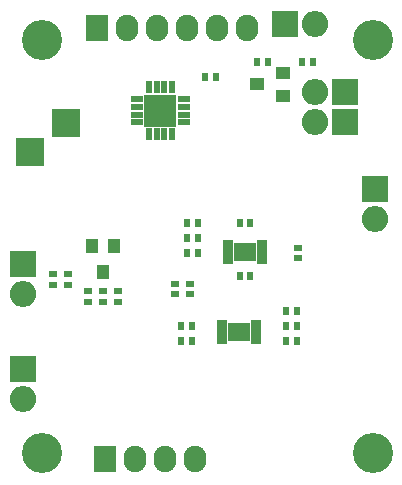
<source format=gbs>
%FSLAX34Y34*%
G04 Gerber Fmt 3.4, Leading zero omitted, Abs format*
G04 (created by PCBNEW (2014-04-07 BZR 4791)-product) date Tue 13 May 2014 05:19:37 PM CEST*
%MOIN*%
G01*
G70*
G90*
G04 APERTURE LIST*
%ADD10C,0.005906*%
%ADD11R,0.023574X0.031474*%
%ADD12R,0.031474X0.023574*%
%ADD13R,0.087874X0.087874*%
%ADD14O,0.087874X0.087874*%
%ADD15R,0.095874X0.095874*%
%ADD16R,0.075874X0.087874*%
%ADD17O,0.075874X0.087874*%
%ADD18C,0.133874*%
%ADD19R,0.043307X0.021654*%
%ADD20R,0.021654X0.043307*%
%ADD21R,0.106299X0.106299*%
%ADD22R,0.039374X0.047274*%
%ADD23R,0.037402X0.019685*%
%ADD24R,0.074803X0.062992*%
%ADD25R,0.047274X0.039374*%
G04 APERTURE END LIST*
G54D10*
G54D11*
X60088Y-34624D03*
X59734Y-34624D03*
G54D12*
X53500Y-34573D03*
X53500Y-34927D03*
G54D11*
X62177Y-27500D03*
X61823Y-27500D03*
G54D12*
X54000Y-34573D03*
X54000Y-34927D03*
G54D11*
X60323Y-27500D03*
X60677Y-27500D03*
G54D12*
X55673Y-35143D03*
X55673Y-35497D03*
G54D11*
X57787Y-36295D03*
X58141Y-36295D03*
G54D13*
X52500Y-34250D03*
G54D14*
X52500Y-35250D03*
G54D13*
X63250Y-29500D03*
G54D14*
X62250Y-29500D03*
G54D13*
X52500Y-37750D03*
G54D14*
X52500Y-38750D03*
G54D15*
X52750Y-30500D03*
G54D16*
X55250Y-40750D03*
G54D17*
X56250Y-40750D03*
X57250Y-40750D03*
X58250Y-40750D03*
G54D16*
X54980Y-26377D03*
G54D17*
X55980Y-26377D03*
X56980Y-26377D03*
X57980Y-26377D03*
X58980Y-26377D03*
X59980Y-26377D03*
G54D13*
X64250Y-31750D03*
G54D14*
X64250Y-32750D03*
G54D15*
X53937Y-29527D03*
G54D13*
X63250Y-28500D03*
G54D14*
X62250Y-28500D03*
G54D13*
X61250Y-26250D03*
G54D14*
X62250Y-26250D03*
G54D18*
X53149Y-26771D03*
X64173Y-40551D03*
X64173Y-26771D03*
X53149Y-40551D03*
G54D11*
X58927Y-28000D03*
X58573Y-28000D03*
G54D12*
X57576Y-34893D03*
X57576Y-35247D03*
X58076Y-35247D03*
X58076Y-34893D03*
X55173Y-35143D03*
X55173Y-35497D03*
X54673Y-35497D03*
X54673Y-35143D03*
G54D11*
X57787Y-36795D03*
X58141Y-36795D03*
X61287Y-36295D03*
X61641Y-36295D03*
X61287Y-35795D03*
X61641Y-35795D03*
X58338Y-33874D03*
X57984Y-33874D03*
X57984Y-33374D03*
X58338Y-33374D03*
X61287Y-36795D03*
X61641Y-36795D03*
X58338Y-32874D03*
X57984Y-32874D03*
G54D12*
X61661Y-34051D03*
X61661Y-33697D03*
G54D11*
X60088Y-32874D03*
X59734Y-32874D03*
G54D19*
X57874Y-29005D03*
X57874Y-29261D03*
X57874Y-28750D03*
X57874Y-29517D03*
G54D20*
X57214Y-29921D03*
X57470Y-29921D03*
X56958Y-29921D03*
X56702Y-29921D03*
G54D19*
X56299Y-29517D03*
X56299Y-29261D03*
X56299Y-29005D03*
X56299Y-28750D03*
G54D20*
X56702Y-28346D03*
X56958Y-28346D03*
X57214Y-28346D03*
X57470Y-28346D03*
G54D21*
X57086Y-29133D03*
G54D22*
X55173Y-34503D03*
X55548Y-33637D03*
X54798Y-33637D03*
G54D23*
X59143Y-36795D03*
X59143Y-36598D03*
X59143Y-36401D03*
X59143Y-36204D03*
X60285Y-36204D03*
X60285Y-36401D03*
X60285Y-36598D03*
X60285Y-36795D03*
G54D24*
X59714Y-36500D03*
G54D25*
X60317Y-28250D03*
X61183Y-28625D03*
X61183Y-27875D03*
G54D23*
X59340Y-34124D03*
X59340Y-33927D03*
X59340Y-33730D03*
X59340Y-33533D03*
X60482Y-33533D03*
X60482Y-33730D03*
X60482Y-33927D03*
X60482Y-34124D03*
G54D24*
X59911Y-33828D03*
M02*

</source>
